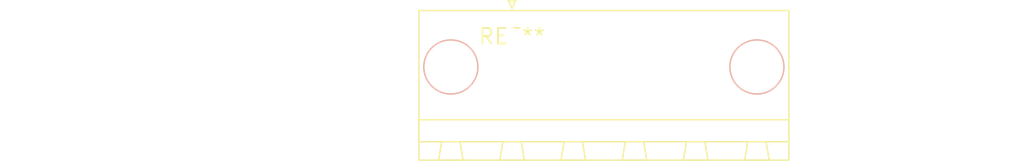
<source format=kicad_pcb>
(kicad_pcb (version 20240108) (generator pcbnew)
  (layers (0 "F.Cu" signal) (31 "B.Cu" signal) (34 "B.Paste" user) (35 "F.Paste" user) (36 "B.SilkS" user "B.Silkscreen") (37 "F.SilkS" user "F.Silkscreen") (38 "B.Mask" user) (39 "F.Mask" user) (44 "Edge.Cuts" user))
  (net 0 "")
  (footprint "PhoenixContact_MSTB_2,5_4-GF_1x04_P5.00mm_Horizontal_ThreadedFlange_MountHole" (layer "F.Cu") (at 0 0)
    (property "Reference" "REF**")
    (property "Value" "PhoenixContact_MSTB_2,5_4-GF_1x04_P5.00mm_Horizontal_ThreadedFlange_MountHole")
    (fp_circle (center -5 2.5) (end -2.79 2.5) (layer "B.SilkS") (stroke (width 0.12)) (fill none))
    (fp_circle (center 20 2.5) (end 22.21 2.5) (layer "B.SilkS") (stroke (width 0.12)) (fill none))
    (fp_line (start -7.61 -2.11) (end -7.61 10.11) (layer "F.SilkS") (stroke (width 0.12)))
    (fp_line (start -7.61 6.81) (end 22.61 6.81) (layer "F.SilkS") (stroke (width 0.12)))
    (fp_line (start -7.61 8.61) (end -7.61 6.81) (layer "F.SilkS") (stroke (width 0.12)))
    (fp_line (start -7.61 10.11) (end 22.61 10.11) (layer "F.SilkS") (stroke (width 0.12)))
    (fp_line (start -6 10.11) (end -4 10.11) (layer "F.SilkS") (stroke (width 0.12)))
    (fp_line (start -5.75 8.61) (end -6 10.11) (layer "F.SilkS") (stroke (width 0.12)))
    (fp_line (start -4.25 8.61) (end -5.75 8.61) (layer "F.SilkS") (stroke (width 0.12)))
    (fp_line (start -4 10.11) (end -4.25 8.61) (layer "F.SilkS") (stroke (width 0.12)))
    (fp_line (start -1 10.11) (end 1 10.11) (layer "F.SilkS") (stroke (width 0.12)))
    (fp_line (start -0.75 8.61) (end -1 10.11) (layer "F.SilkS") (stroke (width 0.12)))
    (fp_line (start -0.3 -2.91) (end 0.3 -2.91) (layer "F.SilkS") (stroke (width 0.12)))
    (fp_line (start 0 -2.31) (end -0.3 -2.91) (layer "F.SilkS") (stroke (width 0.12)))
    (fp_line (start 0.3 -2.91) (end 0 -2.31) (layer "F.SilkS") (stroke (width 0.12)))
    (fp_line (start 0.75 8.61) (end -0.75 8.61) (layer "F.SilkS") (stroke (width 0.12)))
    (fp_line (start 1 10.11) (end 0.75 8.61) (layer "F.SilkS") (stroke (width 0.12)))
    (fp_line (start 4 10.11) (end 6 10.11) (layer "F.SilkS") (stroke (width 0.12)))
    (fp_line (start 4.25 8.61) (end 4 10.11) (layer "F.SilkS") (stroke (width 0.12)))
    (fp_line (start 5.75 8.61) (end 4.25 8.61) (layer "F.SilkS") (stroke (width 0.12)))
    (fp_line (start 6 10.11) (end 5.75 8.61) (layer "F.SilkS") (stroke (width 0.12)))
    (fp_line (start 9 10.11) (end 11 10.11) (layer "F.SilkS") (stroke (width 0.12)))
    (fp_line (start 9.25 8.61) (end 9 10.11) (layer "F.SilkS") (stroke (width 0.12)))
    (fp_line (start 10.75 8.61) (end 9.25 8.61) (layer "F.SilkS") (stroke (width 0.12)))
    (fp_line (start 11 10.11) (end 10.75 8.61) (layer "F.SilkS") (stroke (width 0.12)))
    (fp_line (start 14 10.11) (end 16 10.11) (layer "F.SilkS") (stroke (width 0.12)))
    (fp_line (start 14.25 8.61) (end 14 10.11) (layer "F.SilkS") (stroke (width 0.12)))
    (fp_line (start 15.75 8.61) (end 14.25 8.61) (layer "F.SilkS") (stroke (width 0.12)))
    (fp_line (start 16 10.11) (end 15.75 8.61) (layer "F.SilkS") (stroke (width 0.12)))
    (fp_line (start 19 10.11) (end 21 10.11) (layer "F.SilkS") (stroke (width 0.12)))
    (fp_line (start 19.25 8.61) (end 19 10.11) (layer "F.SilkS") (stroke (width 0.12)))
    (fp_line (start 20.75 8.61) (end 19.25 8.61) (layer "F.SilkS") (stroke (width 0.12)))
    (fp_line (start 21 10.11) (end 20.75 8.61) (layer "F.SilkS") (stroke (width 0.12)))
    (fp_line (start 22.61 -2.11) (end -7.61 -2.11) (layer "F.SilkS") (stroke (width 0.12)))
    (fp_line (start 22.61 6.81) (end 22.61 8.61) (layer "F.SilkS") (stroke (width 0.12)))
    (fp_line (start 22.61 8.61) (end -7.61 8.61) (layer "F.SilkS") (stroke (width 0.12)))
    (fp_line (start 22.61 10.11) (end 22.61 -2.11) (layer "F.SilkS") (stroke (width 0.12)))
    (pad "" np_thru_hole circle (at -5 2.5) (size 2.4 2.4) (drill 2.4) (layers *.Cu *.Mask))
    (pad "" np_thru_hole circle (at 20 2.5) (size 2.4 2.4) (drill 2.4) (layers *.Cu *.Mask))
    (pad "1" thru_hole roundrect (at 0 0) (size 2 3.6) (drill 1.4) (layers *.Cu *.Mask) (remove_unused_layers) (roundrect_rratio 0.125))
    (pad "2" thru_hole oval (at 5 0) (size 2 3.6) (drill 1.4) (layers *.Cu *.Mask) (remove_unused_layers))
    (pad "3" thru_hole oval (at 10 0) (size 2 3.6) (drill 1.4) (layers *.Cu *.Mask) (remove_unused_layers))
    (pad "4" thru_hole oval (at 15 0) (size 2 3.6) (drill 1.4) (layers *.Cu *.Mask) (remove_unused_layers))
  )
)
</source>
